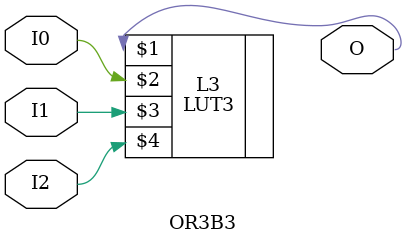
<source format=v>


`timescale  1 ps / 1 ps


module OR3B3 (O, I0, I1, I2);

    output O;

    input  I0, I1, I2;

    LUT3 #(.INIT(8'h7F)) L3 (O, I0, I1, I2);

endmodule

</source>
